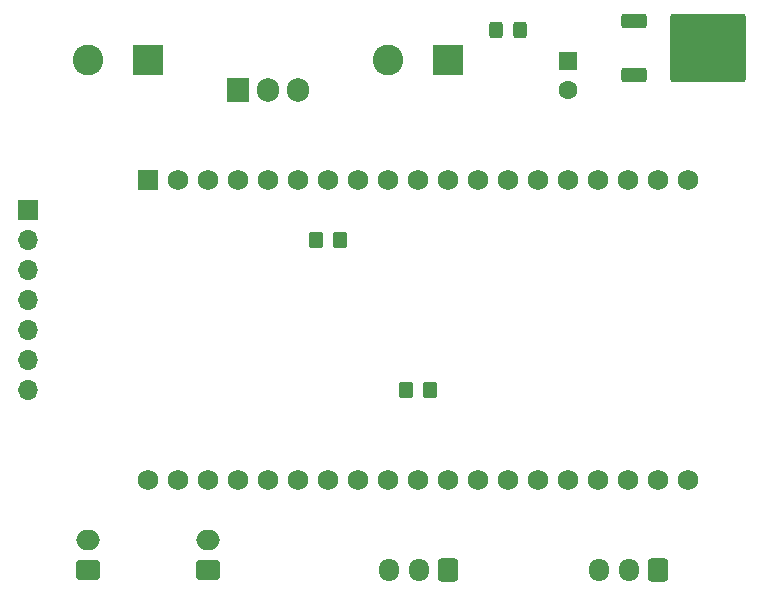
<source format=gbr>
%TF.GenerationSoftware,KiCad,Pcbnew,7.0.10*%
%TF.CreationDate,2024-04-14T18:32:16+10:00*%
%TF.ProjectId,IC Sprayer,49432053-7072-4617-9965-722e6b696361,rev?*%
%TF.SameCoordinates,Original*%
%TF.FileFunction,Soldermask,Top*%
%TF.FilePolarity,Negative*%
%FSLAX46Y46*%
G04 Gerber Fmt 4.6, Leading zero omitted, Abs format (unit mm)*
G04 Created by KiCad (PCBNEW 7.0.10) date 2024-04-14 18:32:16*
%MOMM*%
%LPD*%
G01*
G04 APERTURE LIST*
G04 Aperture macros list*
%AMRoundRect*
0 Rectangle with rounded corners*
0 $1 Rounding radius*
0 $2 $3 $4 $5 $6 $7 $8 $9 X,Y pos of 4 corners*
0 Add a 4 corners polygon primitive as box body*
4,1,4,$2,$3,$4,$5,$6,$7,$8,$9,$2,$3,0*
0 Add four circle primitives for the rounded corners*
1,1,$1+$1,$2,$3*
1,1,$1+$1,$4,$5*
1,1,$1+$1,$6,$7*
1,1,$1+$1,$8,$9*
0 Add four rect primitives between the rounded corners*
20,1,$1+$1,$2,$3,$4,$5,0*
20,1,$1+$1,$4,$5,$6,$7,0*
20,1,$1+$1,$6,$7,$8,$9,0*
20,1,$1+$1,$8,$9,$2,$3,0*%
G04 Aperture macros list end*
%ADD10RoundRect,0.250000X0.750000X-0.600000X0.750000X0.600000X-0.750000X0.600000X-0.750000X-0.600000X0*%
%ADD11O,2.000000X1.700000*%
%ADD12RoundRect,0.250000X-0.325000X-0.450000X0.325000X-0.450000X0.325000X0.450000X-0.325000X0.450000X0*%
%ADD13RoundRect,0.250000X-0.350000X-0.450000X0.350000X-0.450000X0.350000X0.450000X-0.350000X0.450000X0*%
%ADD14RoundRect,0.250000X0.600000X0.725000X-0.600000X0.725000X-0.600000X-0.725000X0.600000X-0.725000X0*%
%ADD15O,1.700000X1.950000*%
%ADD16R,1.600000X1.600000*%
%ADD17C,1.600000*%
%ADD18RoundRect,0.250000X-0.850000X-0.350000X0.850000X-0.350000X0.850000X0.350000X-0.850000X0.350000X0*%
%ADD19RoundRect,0.249997X-2.950003X-2.650003X2.950003X-2.650003X2.950003X2.650003X-2.950003X2.650003X0*%
%ADD20R,2.600000X2.600000*%
%ADD21C,2.600000*%
%ADD22R,1.905000X2.000000*%
%ADD23O,1.905000X2.000000*%
%ADD24O,1.700000X1.700000*%
%ADD25R,1.700000X1.700000*%
%ADD26C,1.734000*%
%ADD27RoundRect,0.102000X-0.765000X0.765000X-0.765000X-0.765000X0.765000X-0.765000X0.765000X0.765000X0*%
G04 APERTURE END LIST*
D10*
%TO.C,Temp_IN*%
X134620000Y-121880000D03*
D11*
X134620000Y-119380000D03*
%TD*%
D12*
%TO.C,Diode*%
X169155000Y-76200000D03*
X171205000Y-76200000D03*
%TD*%
D13*
%TO.C,50K*%
X153940000Y-93980000D03*
X155940000Y-93980000D03*
%TD*%
D14*
%TO.C,Pot_IN*%
X165100000Y-121920000D03*
D15*
X162600000Y-121920000D03*
X160100000Y-121920000D03*
%TD*%
D16*
%TO.C,REF\u002A\u002A*%
X175260000Y-78780000D03*
D17*
X175260000Y-81280000D03*
%TD*%
D14*
%TO.C,RGB_OUT*%
X182880000Y-121920000D03*
D15*
X180380000Y-121920000D03*
X177880000Y-121920000D03*
%TD*%
D13*
%TO.C,10K*%
X161560000Y-106680000D03*
X163560000Y-106680000D03*
%TD*%
D18*
%TO.C,5V Reg*%
X180795000Y-75445000D03*
D19*
X187095000Y-77725000D03*
D18*
X180795000Y-80005000D03*
%TD*%
D20*
%TO.C,Power_IN*%
X165100000Y-78740000D03*
D21*
X160020000Y-78740000D03*
%TD*%
D22*
%TO.C,Pump_Fet*%
X147320000Y-81280000D03*
D23*
X149860000Y-81280000D03*
X152400000Y-81280000D03*
%TD*%
D20*
%TO.C,Pump_Out*%
X139700000Y-78740000D03*
D21*
X134620000Y-78740000D03*
%TD*%
D10*
%TO.C,Switch_IN*%
X144780000Y-121880000D03*
D11*
X144780000Y-119380000D03*
%TD*%
D24*
%TO.C,Screen*%
X129540000Y-93980000D03*
X129540000Y-106680000D03*
X129540000Y-104140000D03*
D25*
X129540000Y-91440000D03*
D24*
X129540000Y-101600000D03*
X129540000Y-96520000D03*
X129540000Y-99060000D03*
%TD*%
D26*
%TO.C,ESP32*%
X172720000Y-114300000D03*
X147320000Y-114300000D03*
X175260000Y-114300000D03*
X149860000Y-114300000D03*
D27*
X139700000Y-88900000D03*
D26*
X170180000Y-114300000D03*
X162560000Y-114300000D03*
X185420000Y-88900000D03*
X185420000Y-114300000D03*
X182880000Y-114300000D03*
X180340000Y-114300000D03*
X177800000Y-88900000D03*
X180340000Y-88900000D03*
X182880000Y-88900000D03*
X170180000Y-88900000D03*
X175260000Y-88900000D03*
X167640000Y-88900000D03*
X177800000Y-114300000D03*
X167640000Y-114300000D03*
X165100000Y-114300000D03*
X160020000Y-114300000D03*
X157480000Y-114300000D03*
X152400000Y-114300000D03*
X144780000Y-114300000D03*
X142240000Y-114300000D03*
X160020000Y-88900000D03*
X162560000Y-88900000D03*
X165100000Y-88900000D03*
X154940000Y-88900000D03*
X157480000Y-88900000D03*
X149860000Y-88900000D03*
X152400000Y-88900000D03*
X144780000Y-88900000D03*
X147320000Y-88900000D03*
X142240000Y-88900000D03*
X172720000Y-88900000D03*
X154940000Y-114300000D03*
X139700000Y-114300000D03*
%TD*%
M02*

</source>
